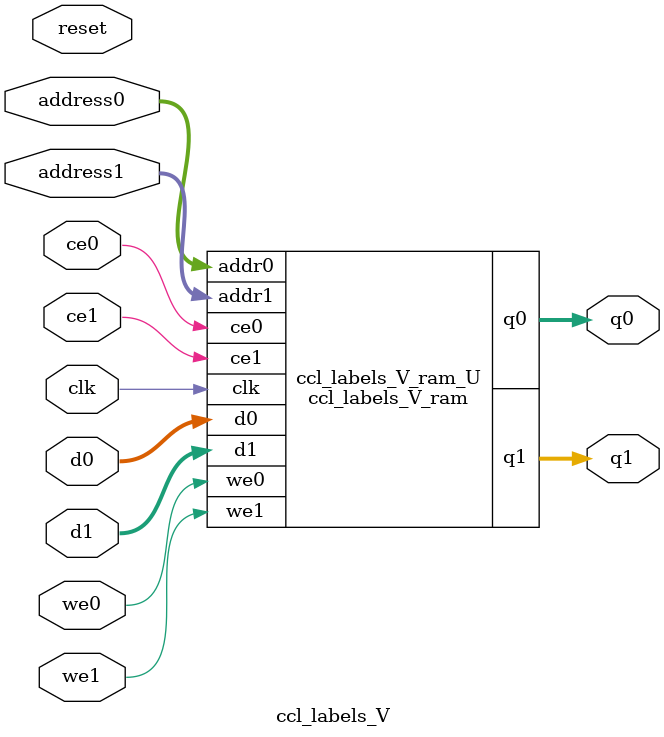
<source format=v>
`timescale 1 ns / 1 ps
module ccl_labels_V_ram (addr0, ce0, d0, we0, q0, addr1, ce1, d1, we1, q1,  clk);

parameter DWIDTH = 32;
parameter AWIDTH = 13;
parameter MEM_SIZE = 7000;

input[AWIDTH-1:0] addr0;
input ce0;
input[DWIDTH-1:0] d0;
input we0;
output reg[DWIDTH-1:0] q0;
input[AWIDTH-1:0] addr1;
input ce1;
input[DWIDTH-1:0] d1;
input we1;
output reg[DWIDTH-1:0] q1;
input clk;

(* ram_style = "block" *)reg [DWIDTH-1:0] ram[0:MEM_SIZE-1];




always @(posedge clk)  
begin 
    if (ce0) 
    begin
        if (we0) 
        begin 
            ram[addr0] <= d0; 
        end 
        q0 <= ram[addr0];
    end
end


always @(posedge clk)  
begin 
    if (ce1) 
    begin
        if (we1) 
        begin 
            ram[addr1] <= d1; 
        end 
        q1 <= ram[addr1];
    end
end


endmodule

`timescale 1 ns / 1 ps
module ccl_labels_V(
    reset,
    clk,
    address0,
    ce0,
    we0,
    d0,
    q0,
    address1,
    ce1,
    we1,
    d1,
    q1);

parameter DataWidth = 32'd32;
parameter AddressRange = 32'd7000;
parameter AddressWidth = 32'd13;
input reset;
input clk;
input[AddressWidth - 1:0] address0;
input ce0;
input we0;
input[DataWidth - 1:0] d0;
output[DataWidth - 1:0] q0;
input[AddressWidth - 1:0] address1;
input ce1;
input we1;
input[DataWidth - 1:0] d1;
output[DataWidth - 1:0] q1;



ccl_labels_V_ram ccl_labels_V_ram_U(
    .clk( clk ),
    .addr0( address0 ),
    .ce0( ce0 ),
    .we0( we0 ),
    .d0( d0 ),
    .q0( q0 ),
    .addr1( address1 ),
    .ce1( ce1 ),
    .we1( we1 ),
    .d1( d1 ),
    .q1( q1 ));

endmodule


</source>
